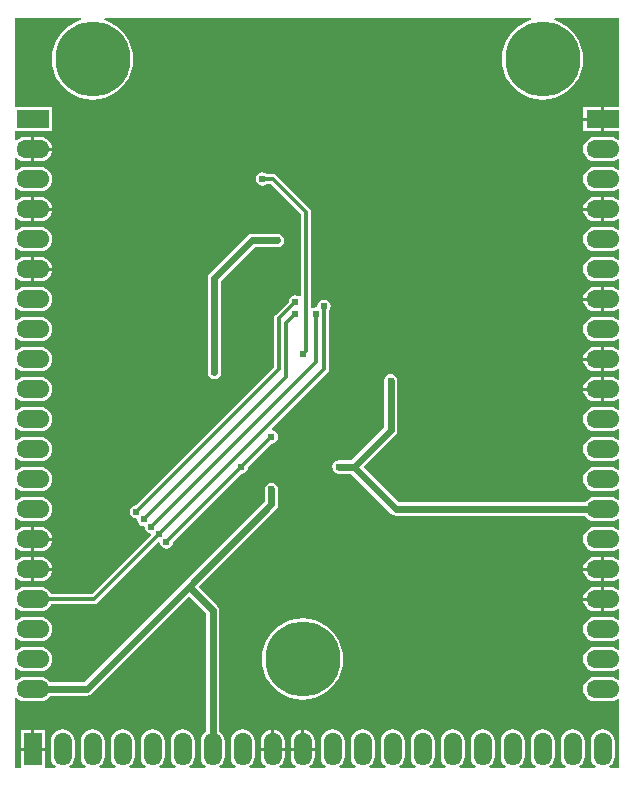
<source format=gbl>
G04*
G04 #@! TF.GenerationSoftware,Altium Limited,Altium Designer,18.1.7 (191)*
G04*
G04 Layer_Physical_Order=2*
G04 Layer_Color=16711680*
%FSLAX25Y25*%
%MOIN*%
G70*
G01*
G75*
%ADD35C,0.01200*%
%ADD36C,0.02400*%
%ADD38C,0.25000*%
%ADD39O,0.11000X0.06000*%
%ADD40R,0.11000X0.06000*%
%ADD41O,0.06000X0.11000*%
%ADD42R,0.06000X0.11000*%
%ADD43C,0.02400*%
G36*
X203461Y222425D02*
X198374D01*
Y218425D01*
Y214425D01*
X203461D01*
Y211855D01*
X202861Y211559D01*
X202391Y211919D01*
X201418Y212322D01*
X200374Y212460D01*
X195374D01*
X194330Y212322D01*
X193357Y211919D01*
X192521Y211278D01*
X191880Y210442D01*
X191477Y209469D01*
X191340Y208425D01*
X191477Y207381D01*
X191880Y206408D01*
X192521Y205572D01*
X193357Y204931D01*
X194330Y204528D01*
X195374Y204391D01*
X200374D01*
X201418Y204528D01*
X202391Y204931D01*
X202861Y205292D01*
X203461Y204996D01*
Y201855D01*
X202861Y201559D01*
X202391Y201919D01*
X201418Y202322D01*
X200374Y202460D01*
X195374D01*
X194330Y202322D01*
X193357Y201919D01*
X192521Y201278D01*
X191880Y200443D01*
X191477Y199469D01*
X191340Y198425D01*
X191477Y197381D01*
X191880Y196408D01*
X192521Y195572D01*
X193357Y194931D01*
X194330Y194528D01*
X195374Y194391D01*
X200374D01*
X201418Y194528D01*
X202391Y194931D01*
X202861Y195291D01*
X203461Y194996D01*
Y191855D01*
X202861Y191559D01*
X202391Y191919D01*
X201418Y192322D01*
X200374Y192460D01*
X198374D01*
Y188425D01*
Y184391D01*
X200374D01*
X201418Y184528D01*
X202391Y184931D01*
X202861Y185292D01*
X203461Y184996D01*
Y181855D01*
X202861Y181559D01*
X202391Y181919D01*
X201418Y182322D01*
X200374Y182460D01*
X195374D01*
X194330Y182322D01*
X193357Y181919D01*
X192521Y181278D01*
X191880Y180443D01*
X191477Y179469D01*
X191340Y178425D01*
X191477Y177381D01*
X191880Y176408D01*
X192521Y175572D01*
X193357Y174931D01*
X194330Y174528D01*
X195374Y174391D01*
X200374D01*
X201418Y174528D01*
X202391Y174931D01*
X202861Y175292D01*
X203461Y174996D01*
Y171855D01*
X202861Y171559D01*
X202391Y171919D01*
X201418Y172322D01*
X200374Y172460D01*
X195374D01*
X194330Y172322D01*
X193357Y171919D01*
X192521Y171278D01*
X191880Y170442D01*
X191477Y169469D01*
X191340Y168425D01*
X191477Y167381D01*
X191880Y166408D01*
X192521Y165572D01*
X193357Y164931D01*
X194330Y164528D01*
X195374Y164391D01*
X200374D01*
X201418Y164528D01*
X202391Y164931D01*
X202861Y165292D01*
X203461Y164996D01*
Y161855D01*
X202861Y161559D01*
X202391Y161919D01*
X201418Y162322D01*
X200374Y162460D01*
X198374D01*
Y158425D01*
Y154391D01*
X200374D01*
X201418Y154528D01*
X202391Y154931D01*
X202861Y155291D01*
X203461Y154996D01*
Y151855D01*
X202861Y151559D01*
X202391Y151919D01*
X201418Y152322D01*
X200374Y152460D01*
X195374D01*
X194330Y152322D01*
X193357Y151919D01*
X192521Y151278D01*
X191880Y150443D01*
X191477Y149469D01*
X191340Y148425D01*
X191477Y147381D01*
X191880Y146408D01*
X192521Y145572D01*
X193357Y144931D01*
X194330Y144528D01*
X195374Y144391D01*
X200374D01*
X201418Y144528D01*
X202391Y144931D01*
X202861Y145291D01*
X203461Y144996D01*
Y141855D01*
X202861Y141559D01*
X202391Y141919D01*
X201418Y142322D01*
X200374Y142460D01*
X198374D01*
Y138425D01*
Y134391D01*
X200374D01*
X201418Y134528D01*
X202391Y134931D01*
X202861Y135292D01*
X203461Y134996D01*
Y131855D01*
X202861Y131559D01*
X202391Y131919D01*
X201418Y132322D01*
X200374Y132460D01*
X198374D01*
Y128425D01*
Y124391D01*
X200374D01*
X201418Y124528D01*
X202391Y124931D01*
X202861Y125292D01*
X203461Y124996D01*
Y121855D01*
X202861Y121559D01*
X202391Y121919D01*
X201418Y122322D01*
X200374Y122460D01*
X195374D01*
X194330Y122322D01*
X193357Y121919D01*
X192521Y121278D01*
X191880Y120442D01*
X191477Y119469D01*
X191340Y118425D01*
X191477Y117381D01*
X191880Y116408D01*
X192521Y115572D01*
X193357Y114931D01*
X194330Y114528D01*
X195374Y114391D01*
X200374D01*
X201418Y114528D01*
X202391Y114931D01*
X202861Y115292D01*
X203461Y114996D01*
Y111855D01*
X202861Y111559D01*
X202391Y111919D01*
X201418Y112322D01*
X200374Y112460D01*
X195374D01*
X194330Y112322D01*
X193357Y111919D01*
X192521Y111278D01*
X191880Y110442D01*
X191477Y109469D01*
X191340Y108425D01*
X191477Y107381D01*
X191880Y106408D01*
X192521Y105572D01*
X193357Y104931D01*
X194330Y104528D01*
X195374Y104391D01*
X200374D01*
X201418Y104528D01*
X202391Y104931D01*
X202861Y105291D01*
X203461Y104996D01*
Y101855D01*
X202861Y101559D01*
X202391Y101919D01*
X201418Y102322D01*
X200374Y102460D01*
X195374D01*
X194330Y102322D01*
X193357Y101919D01*
X192521Y101278D01*
X191880Y100443D01*
X191477Y99469D01*
X191340Y98425D01*
X191477Y97381D01*
X191880Y96408D01*
X192521Y95572D01*
X193357Y94931D01*
X194330Y94528D01*
X195374Y94391D01*
X200374D01*
X201418Y94528D01*
X202391Y94931D01*
X202861Y95292D01*
X203461Y94996D01*
Y91855D01*
X202861Y91559D01*
X202391Y91919D01*
X201418Y92322D01*
X200374Y92460D01*
X195374D01*
X194330Y92322D01*
X193357Y91919D01*
X192521Y91278D01*
X192053Y90668D01*
X130004D01*
X118172Y102500D01*
X128830Y113158D01*
X129316Y113886D01*
X129487Y114744D01*
Y131244D01*
X129316Y132103D01*
X128830Y132830D01*
X128103Y133316D01*
X127244Y133487D01*
X126386Y133316D01*
X125658Y132830D01*
X125172Y132103D01*
X125001Y131244D01*
Y115673D01*
X114071Y104743D01*
X110000D01*
X109142Y104572D01*
X108414Y104086D01*
X107928Y103358D01*
X107757Y102500D01*
X107928Y101642D01*
X108414Y100914D01*
X109142Y100428D01*
X110000Y100257D01*
X114071D01*
X127489Y86839D01*
X128216Y86353D01*
X129075Y86182D01*
X192053D01*
X192521Y85572D01*
X193357Y84931D01*
X194330Y84528D01*
X195374Y84391D01*
X200374D01*
X201418Y84528D01*
X202391Y84931D01*
X202861Y85291D01*
X203461Y84996D01*
Y81855D01*
X202861Y81559D01*
X202391Y81919D01*
X201418Y82322D01*
X200374Y82460D01*
X195374D01*
X194330Y82322D01*
X193357Y81919D01*
X192521Y81278D01*
X191880Y80443D01*
X191477Y79469D01*
X191340Y78425D01*
X191477Y77381D01*
X191880Y76408D01*
X192521Y75572D01*
X193357Y74931D01*
X194330Y74528D01*
X195374Y74391D01*
X200374D01*
X201418Y74528D01*
X202391Y74931D01*
X202861Y75292D01*
X203461Y74996D01*
Y71855D01*
X202861Y71559D01*
X202391Y71919D01*
X201418Y72322D01*
X200374Y72460D01*
X198374D01*
Y68425D01*
Y64391D01*
X200374D01*
X201418Y64528D01*
X202391Y64931D01*
X202861Y65292D01*
X203461Y64996D01*
Y61855D01*
X202861Y61559D01*
X202391Y61919D01*
X201418Y62322D01*
X200374Y62460D01*
X198374D01*
Y58425D01*
Y54391D01*
X200374D01*
X201418Y54528D01*
X202391Y54931D01*
X202861Y55291D01*
X203461Y54996D01*
Y51855D01*
X202861Y51559D01*
X202391Y51919D01*
X201418Y52322D01*
X200374Y52460D01*
X195374D01*
X194330Y52322D01*
X193357Y51919D01*
X192521Y51278D01*
X191880Y50442D01*
X191477Y49469D01*
X191340Y48425D01*
X191477Y47381D01*
X191880Y46408D01*
X192521Y45572D01*
X193357Y44931D01*
X194330Y44528D01*
X195374Y44391D01*
X200374D01*
X201418Y44528D01*
X202391Y44931D01*
X202861Y45292D01*
X203461Y44996D01*
Y41855D01*
X202861Y41559D01*
X202391Y41919D01*
X201418Y42322D01*
X200374Y42460D01*
X195374D01*
X194330Y42322D01*
X193357Y41919D01*
X192521Y41278D01*
X191880Y40442D01*
X191477Y39469D01*
X191340Y38425D01*
X191477Y37381D01*
X191880Y36408D01*
X192521Y35572D01*
X193357Y34931D01*
X194330Y34528D01*
X195374Y34391D01*
X200374D01*
X201418Y34528D01*
X202391Y34931D01*
X202861Y35291D01*
X203461Y34996D01*
Y31855D01*
X202861Y31559D01*
X202391Y31919D01*
X201418Y32322D01*
X200374Y32460D01*
X195374D01*
X194330Y32322D01*
X193357Y31919D01*
X192521Y31278D01*
X191880Y30443D01*
X191477Y29469D01*
X191340Y28425D01*
X191477Y27381D01*
X191880Y26408D01*
X192521Y25572D01*
X193357Y24931D01*
X194330Y24528D01*
X195374Y24391D01*
X200374D01*
X201418Y24528D01*
X202391Y24931D01*
X202861Y25291D01*
X203461Y24996D01*
Y2039D01*
X200366D01*
X200162Y2639D01*
X200727Y3072D01*
X201368Y3908D01*
X201771Y4881D01*
X201908Y5925D01*
Y10925D01*
X201771Y11969D01*
X201368Y12943D01*
X200727Y13778D01*
X199891Y14419D01*
X198918Y14822D01*
X197874Y14960D01*
X196830Y14822D01*
X195857Y14419D01*
X195021Y13778D01*
X194380Y12943D01*
X193977Y11969D01*
X193840Y10925D01*
Y5925D01*
X193977Y4881D01*
X194380Y3908D01*
X195021Y3072D01*
X195586Y2639D01*
X195382Y2039D01*
X190366D01*
X190162Y2639D01*
X190727Y3072D01*
X191368Y3908D01*
X191771Y4881D01*
X191909Y5925D01*
Y10925D01*
X191771Y11969D01*
X191368Y12943D01*
X190727Y13778D01*
X189891Y14419D01*
X188918Y14822D01*
X187874Y14960D01*
X186830Y14822D01*
X185857Y14419D01*
X185021Y13778D01*
X184380Y12943D01*
X183977Y11969D01*
X183839Y10925D01*
Y5925D01*
X183977Y4881D01*
X184380Y3908D01*
X185021Y3072D01*
X185586Y2639D01*
X185382Y2039D01*
X180366D01*
X180162Y2639D01*
X180727Y3072D01*
X181368Y3908D01*
X181771Y4881D01*
X181909Y5925D01*
Y10925D01*
X181771Y11969D01*
X181368Y12943D01*
X180727Y13778D01*
X179891Y14419D01*
X178918Y14822D01*
X177874Y14960D01*
X176830Y14822D01*
X175857Y14419D01*
X175021Y13778D01*
X174380Y12943D01*
X173977Y11969D01*
X173839Y10925D01*
Y5925D01*
X173977Y4881D01*
X174380Y3908D01*
X175021Y3072D01*
X175586Y2639D01*
X175382Y2039D01*
X170366D01*
X170162Y2639D01*
X170727Y3072D01*
X171368Y3908D01*
X171771Y4881D01*
X171908Y5925D01*
Y10925D01*
X171771Y11969D01*
X171368Y12943D01*
X170727Y13778D01*
X169891Y14419D01*
X168918Y14822D01*
X167874Y14960D01*
X166830Y14822D01*
X165857Y14419D01*
X165021Y13778D01*
X164380Y12943D01*
X163977Y11969D01*
X163839Y10925D01*
Y5925D01*
X163977Y4881D01*
X164380Y3908D01*
X165021Y3072D01*
X165586Y2639D01*
X165382Y2039D01*
X160366D01*
X160162Y2639D01*
X160727Y3072D01*
X161368Y3908D01*
X161771Y4881D01*
X161908Y5925D01*
Y10925D01*
X161771Y11969D01*
X161368Y12943D01*
X160727Y13778D01*
X159891Y14419D01*
X158918Y14822D01*
X157874Y14960D01*
X156830Y14822D01*
X155857Y14419D01*
X155021Y13778D01*
X154380Y12943D01*
X153977Y11969D01*
X153840Y10925D01*
Y5925D01*
X153977Y4881D01*
X154380Y3908D01*
X155021Y3072D01*
X155586Y2639D01*
X155382Y2039D01*
X150366D01*
X150162Y2639D01*
X150727Y3072D01*
X151368Y3908D01*
X151771Y4881D01*
X151909Y5925D01*
Y10925D01*
X151771Y11969D01*
X151368Y12943D01*
X150727Y13778D01*
X149891Y14419D01*
X148918Y14822D01*
X147874Y14960D01*
X146830Y14822D01*
X145857Y14419D01*
X145021Y13778D01*
X144380Y12943D01*
X143977Y11969D01*
X143840Y10925D01*
Y5925D01*
X143977Y4881D01*
X144380Y3908D01*
X145021Y3072D01*
X145586Y2639D01*
X145382Y2039D01*
X140366D01*
X140162Y2639D01*
X140727Y3072D01*
X141368Y3908D01*
X141771Y4881D01*
X141909Y5925D01*
Y10925D01*
X141771Y11969D01*
X141368Y12943D01*
X140727Y13778D01*
X139891Y14419D01*
X138918Y14822D01*
X137874Y14960D01*
X136830Y14822D01*
X135857Y14419D01*
X135021Y13778D01*
X134380Y12943D01*
X133977Y11969D01*
X133839Y10925D01*
Y5925D01*
X133977Y4881D01*
X134380Y3908D01*
X135021Y3072D01*
X135586Y2639D01*
X135382Y2039D01*
X130366D01*
X130162Y2639D01*
X130727Y3072D01*
X131368Y3908D01*
X131771Y4881D01*
X131909Y5925D01*
Y10925D01*
X131771Y11969D01*
X131368Y12943D01*
X130727Y13778D01*
X129891Y14419D01*
X128918Y14822D01*
X127874Y14960D01*
X126830Y14822D01*
X125857Y14419D01*
X125021Y13778D01*
X124380Y12943D01*
X123977Y11969D01*
X123839Y10925D01*
Y5925D01*
X123977Y4881D01*
X124380Y3908D01*
X125021Y3072D01*
X125586Y2639D01*
X125382Y2039D01*
X120366D01*
X120162Y2639D01*
X120727Y3072D01*
X121368Y3908D01*
X121771Y4881D01*
X121908Y5925D01*
Y10925D01*
X121771Y11969D01*
X121368Y12943D01*
X120727Y13778D01*
X119891Y14419D01*
X118918Y14822D01*
X117874Y14960D01*
X116830Y14822D01*
X115857Y14419D01*
X115021Y13778D01*
X114380Y12943D01*
X113977Y11969D01*
X113839Y10925D01*
Y5925D01*
X113977Y4881D01*
X114380Y3908D01*
X115021Y3072D01*
X115586Y2639D01*
X115382Y2039D01*
X110366D01*
X110162Y2639D01*
X110727Y3072D01*
X111368Y3908D01*
X111771Y4881D01*
X111908Y5925D01*
Y10925D01*
X111771Y11969D01*
X111368Y12943D01*
X110727Y13778D01*
X109891Y14419D01*
X108918Y14822D01*
X107874Y14960D01*
X106830Y14822D01*
X105857Y14419D01*
X105021Y13778D01*
X104380Y12943D01*
X103977Y11969D01*
X103840Y10925D01*
Y5925D01*
X103977Y4881D01*
X104380Y3908D01*
X105021Y3072D01*
X105586Y2639D01*
X105382Y2039D01*
X100366Y2039D01*
X100162Y2639D01*
X100727Y3072D01*
X101368Y3908D01*
X101771Y4881D01*
X101909Y5925D01*
Y7925D01*
X97874D01*
X93840D01*
Y5925D01*
X93977Y4881D01*
X94380Y3908D01*
X95021Y3072D01*
X95586Y2639D01*
X95382Y2039D01*
X90366D01*
X90162Y2639D01*
X90727Y3072D01*
X91368Y3908D01*
X91771Y4881D01*
X91909Y5925D01*
Y7925D01*
X87874D01*
Y8425D01*
D01*
Y7925D01*
X83839D01*
Y5925D01*
X83977Y4881D01*
X84380Y3908D01*
X85021Y3072D01*
X85586Y2639D01*
X85382Y2039D01*
X80366D01*
X80162Y2639D01*
X80727Y3072D01*
X81368Y3908D01*
X81771Y4881D01*
X81909Y5925D01*
Y10925D01*
X81771Y11969D01*
X81368Y12943D01*
X80727Y13778D01*
X79891Y14419D01*
X78918Y14822D01*
X77874Y14960D01*
X76830Y14822D01*
X75857Y14419D01*
X75021Y13778D01*
X74380Y12943D01*
X73977Y11969D01*
X73839Y10925D01*
Y5925D01*
X73977Y4881D01*
X74380Y3908D01*
X75021Y3072D01*
X75586Y2639D01*
X75382Y2039D01*
X70366D01*
X70162Y2639D01*
X70727Y3072D01*
X71368Y3908D01*
X71771Y4881D01*
X71908Y5925D01*
Y10925D01*
X71771Y11969D01*
X71368Y12943D01*
X70727Y13778D01*
X70117Y14246D01*
Y54626D01*
X69946Y55484D01*
X69460Y56212D01*
X63172Y62500D01*
X89086Y88414D01*
X89572Y89142D01*
X89743Y90000D01*
Y95000D01*
X89572Y95858D01*
X89086Y96586D01*
X88358Y97072D01*
X87500Y97243D01*
X86642Y97072D01*
X85914Y96586D01*
X85428Y95858D01*
X85257Y95000D01*
Y90929D01*
X58414Y64086D01*
X24996Y30668D01*
X13695D01*
X13227Y31278D01*
X12391Y31919D01*
X11418Y32322D01*
X10374Y32460D01*
X5374D01*
X4330Y32322D01*
X3357Y31919D01*
X2639Y31368D01*
X2039Y31552D01*
Y35299D01*
X2639Y35482D01*
X3357Y34931D01*
X4330Y34528D01*
X5374Y34391D01*
X10374D01*
X11418Y34528D01*
X12391Y34931D01*
X13227Y35572D01*
X13868Y36408D01*
X14271Y37381D01*
X14409Y38425D01*
X14271Y39469D01*
X13868Y40442D01*
X13227Y41278D01*
X12391Y41919D01*
X11418Y42322D01*
X10374Y42460D01*
X5374D01*
X4330Y42322D01*
X3357Y41919D01*
X2639Y41368D01*
X2039Y41552D01*
Y45299D01*
X2639Y45482D01*
X3357Y44931D01*
X4330Y44528D01*
X5374Y44391D01*
X10374D01*
X11418Y44528D01*
X12391Y44931D01*
X13227Y45572D01*
X13868Y46408D01*
X14271Y47381D01*
X14409Y48425D01*
X14271Y49469D01*
X13868Y50442D01*
X13227Y51278D01*
X12391Y51919D01*
X11418Y52322D01*
X10374Y52460D01*
X5374D01*
X4330Y52322D01*
X3357Y51919D01*
X2639Y51369D01*
X2039Y51552D01*
Y55299D01*
X2639Y55482D01*
X3357Y54931D01*
X4330Y54528D01*
X5374Y54391D01*
X10374D01*
X11418Y54528D01*
X12391Y54931D01*
X13227Y55572D01*
X13868Y56408D01*
X14028Y56794D01*
X28425D01*
X29050Y56918D01*
X29579Y57272D01*
X49672Y77365D01*
X50323Y77167D01*
X50428Y76642D01*
X50914Y75914D01*
X51642Y75428D01*
X52500Y75257D01*
X53358Y75428D01*
X54086Y75914D01*
X54572Y76642D01*
X54727Y77420D01*
X77580Y100273D01*
X78358Y100428D01*
X79086Y100914D01*
X79572Y101642D01*
X79727Y102420D01*
X87580Y110273D01*
X88358Y110428D01*
X89086Y110914D01*
X89572Y111642D01*
X89743Y112500D01*
X89572Y113358D01*
X89086Y114086D01*
X88358Y114572D01*
X87833Y114677D01*
X87635Y115328D01*
X106154Y133846D01*
X106507Y134376D01*
X106631Y135000D01*
Y154482D01*
X107072Y155142D01*
X107243Y156000D01*
X107072Y156858D01*
X106586Y157586D01*
X105858Y158072D01*
X105000Y158243D01*
X104142Y158072D01*
X103414Y157586D01*
X102928Y156858D01*
X102757Y156000D01*
X102500Y155743D01*
X101642Y155572D01*
X101231Y155298D01*
X100631Y155619D01*
Y187500D01*
X100507Y188124D01*
X100154Y188654D01*
X89153Y199653D01*
X88624Y200007D01*
X88000Y200131D01*
X86018D01*
X85358Y200572D01*
X84500Y200743D01*
X83642Y200572D01*
X82914Y200086D01*
X82428Y199358D01*
X82257Y198500D01*
X82428Y197642D01*
X82914Y196914D01*
X83642Y196428D01*
X84500Y196257D01*
X85358Y196428D01*
X86018Y196869D01*
X87324D01*
X97369Y186824D01*
Y159619D01*
X96769Y159298D01*
X96358Y159572D01*
X95500Y159743D01*
X94642Y159572D01*
X93914Y159086D01*
X93428Y158358D01*
X93273Y157580D01*
X88846Y153154D01*
X88493Y152624D01*
X88369Y152000D01*
Y135676D01*
X42420Y89727D01*
X41642Y89572D01*
X40914Y89086D01*
X40428Y88358D01*
X40257Y87500D01*
X40428Y86642D01*
X40914Y85914D01*
X41642Y85428D01*
X42208Y85315D01*
X42757Y85000D01*
X42928Y84142D01*
X43414Y83414D01*
X44142Y82928D01*
X44708Y82815D01*
X45257Y82500D01*
X45428Y81642D01*
X45914Y80914D01*
X46642Y80428D01*
X47167Y80323D01*
X47365Y79672D01*
X27749Y60057D01*
X14028D01*
X13868Y60443D01*
X13227Y61278D01*
X12391Y61919D01*
X11418Y62322D01*
X10374Y62460D01*
X5374D01*
X4330Y62322D01*
X3357Y61919D01*
X2639Y61369D01*
X2039Y61552D01*
Y65299D01*
X2639Y65482D01*
X3357Y64931D01*
X4330Y64528D01*
X5374Y64391D01*
X7374D01*
Y68425D01*
Y72460D01*
X5374D01*
X4330Y72322D01*
X3357Y71919D01*
X2639Y71369D01*
X2039Y71552D01*
Y75299D01*
X2639Y75482D01*
X3357Y74931D01*
X4330Y74528D01*
X5374Y74391D01*
X7374D01*
Y78425D01*
Y82460D01*
X5374D01*
X4330Y82322D01*
X3357Y81919D01*
X2639Y81369D01*
X2039Y81552D01*
Y85299D01*
X2639Y85482D01*
X3357Y84931D01*
X4330Y84528D01*
X5374Y84391D01*
X10374D01*
X11418Y84528D01*
X12391Y84931D01*
X13227Y85572D01*
X13868Y86408D01*
X14271Y87381D01*
X14409Y88425D01*
X14271Y89469D01*
X13868Y90443D01*
X13227Y91278D01*
X12391Y91919D01*
X11418Y92322D01*
X10374Y92460D01*
X5374D01*
X4330Y92322D01*
X3357Y91919D01*
X2639Y91369D01*
X2039Y91552D01*
Y95299D01*
X2639Y95482D01*
X3357Y94931D01*
X4330Y94528D01*
X5374Y94391D01*
X10374D01*
X11418Y94528D01*
X12391Y94931D01*
X13227Y95572D01*
X13868Y96408D01*
X14271Y97381D01*
X14409Y98425D01*
X14271Y99469D01*
X13868Y100443D01*
X13227Y101278D01*
X12391Y101919D01*
X11418Y102322D01*
X10374Y102460D01*
X5374D01*
X4330Y102322D01*
X3357Y101919D01*
X2639Y101369D01*
X2039Y101552D01*
Y105299D01*
X2639Y105482D01*
X3357Y104931D01*
X4330Y104528D01*
X5374Y104391D01*
X10374D01*
X11418Y104528D01*
X12391Y104931D01*
X13227Y105572D01*
X13868Y106408D01*
X14271Y107381D01*
X14409Y108425D01*
X14271Y109469D01*
X13868Y110442D01*
X13227Y111278D01*
X12391Y111919D01*
X11418Y112322D01*
X10374Y112460D01*
X5374D01*
X4330Y112322D01*
X3357Y111919D01*
X2639Y111369D01*
X2039Y111552D01*
Y115299D01*
X2639Y115482D01*
X3357Y114931D01*
X4330Y114528D01*
X5374Y114391D01*
X10374D01*
X11418Y114528D01*
X12391Y114931D01*
X13227Y115572D01*
X13868Y116408D01*
X14271Y117381D01*
X14409Y118425D01*
X14271Y119469D01*
X13868Y120442D01*
X13227Y121278D01*
X12391Y121919D01*
X11418Y122322D01*
X10374Y122460D01*
X5374D01*
X4330Y122322D01*
X3357Y121919D01*
X2639Y121369D01*
X2039Y121552D01*
Y125299D01*
X2639Y125482D01*
X3357Y124931D01*
X4330Y124528D01*
X5374Y124391D01*
X10374D01*
X11418Y124528D01*
X12391Y124931D01*
X13227Y125572D01*
X13868Y126408D01*
X14271Y127381D01*
X14409Y128425D01*
X14271Y129469D01*
X13868Y130443D01*
X13227Y131278D01*
X12391Y131919D01*
X11418Y132322D01*
X10374Y132460D01*
X5374D01*
X4330Y132322D01*
X3357Y131919D01*
X2639Y131369D01*
X2039Y131552D01*
Y135299D01*
X2639Y135482D01*
X3357Y134931D01*
X4330Y134528D01*
X5374Y134391D01*
X10374D01*
X11418Y134528D01*
X12391Y134931D01*
X13227Y135572D01*
X13868Y136408D01*
X14271Y137381D01*
X14409Y138425D01*
X14271Y139469D01*
X13868Y140443D01*
X13227Y141278D01*
X12391Y141919D01*
X11418Y142322D01*
X10374Y142460D01*
X5374D01*
X4330Y142322D01*
X3357Y141919D01*
X2639Y141369D01*
X2039Y141552D01*
Y145299D01*
X2639Y145482D01*
X3357Y144931D01*
X4330Y144528D01*
X5374Y144391D01*
X10374D01*
X11418Y144528D01*
X12391Y144931D01*
X13227Y145572D01*
X13868Y146408D01*
X14271Y147381D01*
X14409Y148425D01*
X14271Y149469D01*
X13868Y150443D01*
X13227Y151278D01*
X12391Y151919D01*
X11418Y152322D01*
X10374Y152460D01*
X5374D01*
X4330Y152322D01*
X3357Y151919D01*
X2639Y151369D01*
X2039Y151552D01*
Y155299D01*
X2639Y155482D01*
X3357Y154931D01*
X4330Y154528D01*
X5374Y154391D01*
X10374D01*
X11418Y154528D01*
X12391Y154931D01*
X13227Y155572D01*
X13868Y156408D01*
X14271Y157381D01*
X14409Y158425D01*
X14271Y159469D01*
X13868Y160442D01*
X13227Y161278D01*
X12391Y161919D01*
X11418Y162322D01*
X10374Y162460D01*
X5374D01*
X4330Y162322D01*
X3357Y161919D01*
X2639Y161369D01*
X2039Y161552D01*
Y165299D01*
X2639Y165482D01*
X3357Y164931D01*
X4330Y164528D01*
X5374Y164391D01*
X7374D01*
Y168425D01*
Y172460D01*
X5374D01*
X4330Y172322D01*
X3357Y171919D01*
X2639Y171369D01*
X2039Y171552D01*
Y175299D01*
X2639Y175482D01*
X3357Y174931D01*
X4330Y174528D01*
X5374Y174391D01*
X10374D01*
X11418Y174528D01*
X12391Y174931D01*
X13227Y175572D01*
X13868Y176408D01*
X14271Y177381D01*
X14409Y178425D01*
X14271Y179469D01*
X13868Y180443D01*
X13227Y181278D01*
X12391Y181919D01*
X11418Y182322D01*
X10374Y182460D01*
X5374D01*
X4330Y182322D01*
X3357Y181919D01*
X2639Y181369D01*
X2039Y181552D01*
Y185299D01*
X2639Y185482D01*
X3357Y184931D01*
X4330Y184528D01*
X5374Y184391D01*
X7374D01*
Y188425D01*
Y192460D01*
X5374D01*
X4330Y192322D01*
X3357Y191919D01*
X2639Y191369D01*
X2039Y191552D01*
Y195299D01*
X2639Y195482D01*
X3357Y194931D01*
X4330Y194528D01*
X5374Y194391D01*
X10374D01*
X11418Y194528D01*
X12391Y194931D01*
X13227Y195572D01*
X13868Y196408D01*
X14271Y197381D01*
X14409Y198425D01*
X14271Y199469D01*
X13868Y200443D01*
X13227Y201278D01*
X12391Y201919D01*
X11418Y202322D01*
X10374Y202460D01*
X5374D01*
X4330Y202322D01*
X3357Y201919D01*
X2639Y201369D01*
X2039Y201552D01*
Y205299D01*
X2639Y205482D01*
X3357Y204931D01*
X4330Y204528D01*
X5374Y204391D01*
X7374D01*
Y208425D01*
Y212460D01*
X5374D01*
X4330Y212322D01*
X3357Y211919D01*
X2639Y211369D01*
X2039Y211552D01*
Y214425D01*
X14374D01*
Y222425D01*
X2039D01*
Y251961D01*
X23855D01*
X23926Y251361D01*
X23689Y251304D01*
X21726Y250491D01*
X19914Y249381D01*
X18299Y248001D01*
X16918Y246385D01*
X15808Y244573D01*
X14995Y242610D01*
X14499Y240544D01*
X14332Y238425D01*
X14499Y236307D01*
X14995Y234241D01*
X15808Y232277D01*
X16918Y230466D01*
X18299Y228850D01*
X19914Y227470D01*
X21726Y226359D01*
X23689Y225546D01*
X25756Y225050D01*
X27874Y224884D01*
X29992Y225050D01*
X32059Y225546D01*
X34022Y226359D01*
X35834Y227470D01*
X37449Y228850D01*
X38829Y230466D01*
X39940Y232277D01*
X40753Y234241D01*
X41249Y236307D01*
X41416Y238425D01*
X41249Y240544D01*
X40753Y242610D01*
X39940Y244573D01*
X38829Y246385D01*
X37449Y248001D01*
X35834Y249381D01*
X34022Y250491D01*
X32059Y251304D01*
X31822Y251361D01*
X31894Y251961D01*
X173855D01*
X173926Y251361D01*
X173689Y251304D01*
X171726Y250491D01*
X169914Y249381D01*
X168299Y248001D01*
X166919Y246385D01*
X165808Y244573D01*
X164995Y242610D01*
X164499Y240544D01*
X164332Y238425D01*
X164499Y236307D01*
X164995Y234241D01*
X165808Y232277D01*
X166919Y230466D01*
X168299Y228850D01*
X169914Y227470D01*
X171726Y226359D01*
X173689Y225546D01*
X175756Y225050D01*
X177874Y224884D01*
X179992Y225050D01*
X182059Y225546D01*
X184022Y226359D01*
X185834Y227470D01*
X187450Y228850D01*
X188830Y230466D01*
X189940Y232277D01*
X190753Y234241D01*
X191249Y236307D01*
X191416Y238425D01*
X191249Y240544D01*
X190753Y242610D01*
X189940Y244573D01*
X188830Y246385D01*
X187450Y248001D01*
X185834Y249381D01*
X184022Y250491D01*
X182059Y251304D01*
X181822Y251361D01*
X181894Y251961D01*
X203461D01*
Y222425D01*
D02*
G37*
G36*
X65631Y53697D02*
Y14246D01*
X65021Y13778D01*
X64380Y12943D01*
X63977Y11969D01*
X63840Y10925D01*
Y5925D01*
X63977Y4881D01*
X64380Y3908D01*
X65021Y3072D01*
X65586Y2639D01*
X65382Y2039D01*
X60366D01*
X60162Y2639D01*
X60727Y3072D01*
X61368Y3908D01*
X61771Y4881D01*
X61909Y5925D01*
Y10925D01*
X61771Y11969D01*
X61368Y12943D01*
X60727Y13778D01*
X59891Y14419D01*
X58918Y14822D01*
X57874Y14960D01*
X56830Y14822D01*
X55857Y14419D01*
X55021Y13778D01*
X54380Y12943D01*
X53977Y11969D01*
X53839Y10925D01*
Y5925D01*
X53977Y4881D01*
X54380Y3908D01*
X55021Y3072D01*
X55586Y2639D01*
X55382Y2039D01*
X50366D01*
X50162Y2639D01*
X50727Y3072D01*
X51368Y3908D01*
X51771Y4881D01*
X51908Y5925D01*
Y10925D01*
X51771Y11969D01*
X51368Y12943D01*
X50727Y13778D01*
X49891Y14419D01*
X48918Y14822D01*
X47874Y14960D01*
X46830Y14822D01*
X45857Y14419D01*
X45021Y13778D01*
X44380Y12943D01*
X43977Y11969D01*
X43839Y10925D01*
Y5925D01*
X43977Y4881D01*
X44380Y3908D01*
X45021Y3072D01*
X45586Y2639D01*
X45382Y2039D01*
X40366D01*
X40162Y2639D01*
X40727Y3072D01*
X41368Y3908D01*
X41771Y4881D01*
X41908Y5925D01*
Y10925D01*
X41771Y11969D01*
X41368Y12943D01*
X40727Y13778D01*
X39891Y14419D01*
X38918Y14822D01*
X37874Y14960D01*
X36830Y14822D01*
X35857Y14419D01*
X35021Y13778D01*
X34380Y12943D01*
X33977Y11969D01*
X33839Y10925D01*
Y5925D01*
X33977Y4881D01*
X34380Y3908D01*
X35021Y3072D01*
X35586Y2639D01*
X35382Y2039D01*
X30366D01*
X30162Y2639D01*
X30727Y3072D01*
X31368Y3908D01*
X31771Y4881D01*
X31909Y5925D01*
Y10925D01*
X31771Y11969D01*
X31368Y12943D01*
X30727Y13778D01*
X29891Y14419D01*
X28918Y14822D01*
X27874Y14960D01*
X26830Y14822D01*
X25857Y14419D01*
X25021Y13778D01*
X24380Y12943D01*
X23977Y11969D01*
X23840Y10925D01*
Y5925D01*
X23977Y4881D01*
X24380Y3908D01*
X25021Y3072D01*
X25586Y2639D01*
X25382Y2039D01*
X20366D01*
X20162Y2639D01*
X20727Y3072D01*
X21368Y3908D01*
X21771Y4881D01*
X21908Y5925D01*
Y10925D01*
X21771Y11969D01*
X21368Y12943D01*
X20727Y13778D01*
X19891Y14419D01*
X18918Y14822D01*
X17874Y14960D01*
X16830Y14822D01*
X15857Y14419D01*
X15021Y13778D01*
X14380Y12943D01*
X13977Y11969D01*
X13839Y10925D01*
Y5925D01*
X13977Y4881D01*
X14380Y3908D01*
X15021Y3072D01*
X15586Y2639D01*
X15382Y2039D01*
X11874D01*
Y7925D01*
X7874D01*
X3874D01*
Y2039D01*
X2039D01*
Y25299D01*
X2639Y25482D01*
X3357Y24931D01*
X4330Y24528D01*
X5374Y24391D01*
X10374D01*
X11418Y24528D01*
X12391Y24931D01*
X13227Y25572D01*
X13695Y26182D01*
X25925D01*
X26784Y26353D01*
X27511Y26839D01*
X60000Y59328D01*
X65631Y53697D01*
D02*
G37*
%LPC*%
G36*
X197374Y222425D02*
X191374D01*
Y218925D01*
X197374D01*
Y222425D01*
D02*
G37*
G36*
Y217925D02*
X191374D01*
Y214425D01*
X197374D01*
Y217925D01*
D02*
G37*
G36*
X10374Y212460D02*
X8374D01*
Y208925D01*
X14343D01*
X14271Y209469D01*
X13868Y210442D01*
X13227Y211278D01*
X12391Y211919D01*
X11418Y212322D01*
X10374Y212460D01*
D02*
G37*
G36*
X14343Y207925D02*
X8374D01*
Y204391D01*
X10374D01*
X11418Y204528D01*
X12391Y204931D01*
X13227Y205572D01*
X13868Y206408D01*
X14271Y207381D01*
X14343Y207925D01*
D02*
G37*
G36*
X197374Y192460D02*
X195374D01*
X194330Y192322D01*
X193357Y191919D01*
X192521Y191278D01*
X191880Y190443D01*
X191477Y189469D01*
X191405Y188925D01*
X197374D01*
Y192460D01*
D02*
G37*
G36*
X10374D02*
X8374D01*
Y188925D01*
X14343D01*
X14271Y189469D01*
X13868Y190443D01*
X13227Y191278D01*
X12391Y191919D01*
X11418Y192322D01*
X10374Y192460D01*
D02*
G37*
G36*
X197374Y187925D02*
X191405D01*
X191477Y187381D01*
X191880Y186408D01*
X192521Y185572D01*
X193357Y184931D01*
X194330Y184528D01*
X195374Y184391D01*
X197374D01*
Y187925D01*
D02*
G37*
G36*
X14343D02*
X8374D01*
Y184391D01*
X10374D01*
X11418Y184528D01*
X12391Y184931D01*
X13227Y185572D01*
X13868Y186408D01*
X14271Y187381D01*
X14343Y187925D01*
D02*
G37*
G36*
X10374Y172460D02*
X8374D01*
Y168925D01*
X14343D01*
X14271Y169469D01*
X13868Y170442D01*
X13227Y171278D01*
X12391Y171919D01*
X11418Y172322D01*
X10374Y172460D01*
D02*
G37*
G36*
X14343Y167925D02*
X8374D01*
Y164391D01*
X10374D01*
X11418Y164528D01*
X12391Y164931D01*
X13227Y165572D01*
X13868Y166408D01*
X14271Y167381D01*
X14343Y167925D01*
D02*
G37*
G36*
X197374Y162460D02*
X195374D01*
X194330Y162322D01*
X193357Y161919D01*
X192521Y161278D01*
X191880Y160442D01*
X191477Y159469D01*
X191405Y158925D01*
X197374D01*
Y162460D01*
D02*
G37*
G36*
Y157925D02*
X191405D01*
X191477Y157381D01*
X191880Y156408D01*
X192521Y155572D01*
X193357Y154931D01*
X194330Y154528D01*
X195374Y154391D01*
X197374D01*
Y157925D01*
D02*
G37*
G36*
Y142460D02*
X195374D01*
X194330Y142322D01*
X193357Y141919D01*
X192521Y141278D01*
X191880Y140443D01*
X191477Y139469D01*
X191405Y138925D01*
X197374D01*
Y142460D01*
D02*
G37*
G36*
Y137925D02*
X191405D01*
X191477Y137381D01*
X191880Y136408D01*
X192521Y135572D01*
X193357Y134931D01*
X194330Y134528D01*
X195374Y134391D01*
X197374D01*
Y137925D01*
D02*
G37*
G36*
X89500Y180243D02*
X81000D01*
X80142Y180072D01*
X79414Y179586D01*
X66914Y167086D01*
X66428Y166358D01*
X66257Y165500D01*
Y158000D01*
Y137500D01*
Y134000D01*
X66428Y133142D01*
X66914Y132414D01*
X67642Y131928D01*
X68500Y131757D01*
X69358Y131928D01*
X70086Y132414D01*
X70572Y133142D01*
X70743Y134000D01*
Y137500D01*
Y158000D01*
Y164571D01*
X81929Y175757D01*
X89500D01*
X90358Y175928D01*
X91086Y176414D01*
X91572Y177142D01*
X91743Y178000D01*
X91572Y178858D01*
X91086Y179586D01*
X90358Y180072D01*
X89500Y180243D01*
D02*
G37*
G36*
X197374Y132460D02*
X195374D01*
X194330Y132322D01*
X193357Y131919D01*
X192521Y131278D01*
X191880Y130443D01*
X191477Y129469D01*
X191405Y128925D01*
X197374D01*
Y132460D01*
D02*
G37*
G36*
Y127925D02*
X191405D01*
X191477Y127381D01*
X191880Y126408D01*
X192521Y125572D01*
X193357Y124931D01*
X194330Y124528D01*
X195374Y124391D01*
X197374D01*
Y127925D01*
D02*
G37*
G36*
X10374Y82460D02*
X8374D01*
Y78925D01*
X14343D01*
X14271Y79469D01*
X13868Y80443D01*
X13227Y81278D01*
X12391Y81919D01*
X11418Y82322D01*
X10374Y82460D01*
D02*
G37*
G36*
X14343Y77925D02*
X8374D01*
Y74391D01*
X10374D01*
X11418Y74528D01*
X12391Y74931D01*
X13227Y75572D01*
X13868Y76408D01*
X14271Y77381D01*
X14343Y77925D01*
D02*
G37*
G36*
X197374Y72460D02*
X195374D01*
X194330Y72322D01*
X193357Y71919D01*
X192521Y71278D01*
X191880Y70442D01*
X191477Y69469D01*
X191405Y68925D01*
X197374D01*
Y72460D01*
D02*
G37*
G36*
X10374D02*
X8374D01*
Y68925D01*
X14343D01*
X14271Y69469D01*
X13868Y70442D01*
X13227Y71278D01*
X12391Y71919D01*
X11418Y72322D01*
X10374Y72460D01*
D02*
G37*
G36*
X197374Y67925D02*
X191405D01*
X191477Y67381D01*
X191880Y66408D01*
X192521Y65572D01*
X193357Y64931D01*
X194330Y64528D01*
X195374Y64391D01*
X197374D01*
Y67925D01*
D02*
G37*
G36*
X14343D02*
X8374D01*
Y64391D01*
X10374D01*
X11418Y64528D01*
X12391Y64931D01*
X13227Y65572D01*
X13868Y66408D01*
X14271Y67381D01*
X14343Y67925D01*
D02*
G37*
G36*
X197374Y62460D02*
X195374D01*
X194330Y62322D01*
X193357Y61919D01*
X192521Y61278D01*
X191880Y60443D01*
X191477Y59469D01*
X191405Y58925D01*
X197374D01*
Y62460D01*
D02*
G37*
G36*
Y57925D02*
X191405D01*
X191477Y57381D01*
X191880Y56408D01*
X192521Y55572D01*
X193357Y54931D01*
X194330Y54528D01*
X195374Y54391D01*
X197374D01*
Y57925D01*
D02*
G37*
G36*
X97874Y51967D02*
X95756Y51800D01*
X93689Y51304D01*
X91726Y50491D01*
X89914Y49381D01*
X88299Y48001D01*
X86918Y46385D01*
X85808Y44573D01*
X84995Y42610D01*
X84499Y40544D01*
X84332Y38425D01*
X84499Y36307D01*
X84995Y34241D01*
X85808Y32277D01*
X86918Y30466D01*
X88299Y28850D01*
X89914Y27470D01*
X91726Y26359D01*
X93689Y25546D01*
X95756Y25050D01*
X97874Y24883D01*
X99992Y25050D01*
X102059Y25546D01*
X104022Y26359D01*
X105834Y27470D01*
X107449Y28850D01*
X108829Y30466D01*
X109940Y32277D01*
X110753Y34241D01*
X111249Y36307D01*
X111416Y38425D01*
X111249Y40544D01*
X110753Y42610D01*
X109940Y44573D01*
X108829Y46385D01*
X107449Y48001D01*
X105834Y49381D01*
X104022Y50491D01*
X102059Y51304D01*
X99992Y51800D01*
X97874Y51967D01*
D02*
G37*
G36*
X98374Y14894D02*
Y8925D01*
X101909D01*
Y10925D01*
X101771Y11969D01*
X101368Y12943D01*
X100727Y13778D01*
X99891Y14419D01*
X98918Y14822D01*
X98374Y14894D01*
D02*
G37*
G36*
X88374D02*
Y8925D01*
X91909D01*
Y10925D01*
X91771Y11969D01*
X91368Y12943D01*
X90727Y13778D01*
X89891Y14419D01*
X88918Y14822D01*
X88374Y14894D01*
D02*
G37*
G36*
X97374D02*
X96830Y14822D01*
X95857Y14419D01*
X95021Y13778D01*
X94380Y12943D01*
X93977Y11969D01*
X93840Y10925D01*
Y8925D01*
X97374D01*
Y14894D01*
D02*
G37*
G36*
X87374D02*
X86830Y14822D01*
X85857Y14419D01*
X85021Y13778D01*
X84380Y12943D01*
X83977Y11969D01*
X83839Y10925D01*
Y8925D01*
X87374D01*
Y14894D01*
D02*
G37*
G36*
X11874Y14925D02*
X8374D01*
Y8925D01*
X11874D01*
Y14925D01*
D02*
G37*
G36*
X7374D02*
X3874D01*
Y8925D01*
X7374D01*
Y14925D01*
D02*
G37*
%LPD*%
D35*
X88000Y198500D02*
X99000Y187500D01*
X84500Y198500D02*
X88000D01*
X77500Y102500D02*
X87500Y112500D01*
X52500Y77500D02*
X77500Y102500D01*
X42500Y87500D02*
X90000Y135000D01*
X45000Y85000D02*
X92500Y132500D01*
X47500Y82500D02*
X102500Y137500D01*
X105000Y135000D02*
Y156000D01*
X28425Y58425D02*
X105000Y135000D01*
X7874Y58425D02*
X28425D01*
X90000Y135000D02*
Y152000D01*
X95500Y157500D01*
X92500Y132500D02*
Y150500D01*
X95500Y153500D01*
X99000Y141000D02*
Y187500D01*
X98000Y140000D02*
X99000Y141000D01*
X102500Y137500D02*
Y153500D01*
D36*
X110000Y102500D02*
X115000D01*
X127244Y114744D01*
Y131244D01*
X115000Y102500D02*
X129075Y88425D01*
X197874D01*
X81000Y178000D02*
X89500D01*
X68500Y165500D02*
X81000Y178000D01*
X68500Y158000D02*
Y165500D01*
Y137500D02*
Y158000D01*
X87500Y90000D02*
Y95000D01*
X60000Y62500D02*
X87500Y90000D01*
X25925Y28425D02*
X60000Y62500D01*
X67874Y54626D01*
Y8425D02*
Y54626D01*
X7874Y28425D02*
X25925D01*
X68500Y134000D02*
Y137500D01*
D38*
X177874Y238425D02*
D03*
X27874D02*
D03*
X97874Y38425D02*
D03*
D39*
X197874Y28425D02*
D03*
Y38425D02*
D03*
Y48425D02*
D03*
Y58425D02*
D03*
Y68425D02*
D03*
Y78425D02*
D03*
Y88425D02*
D03*
Y98425D02*
D03*
Y108425D02*
D03*
Y118425D02*
D03*
Y128425D02*
D03*
Y138425D02*
D03*
Y148425D02*
D03*
Y158425D02*
D03*
Y168425D02*
D03*
Y178425D02*
D03*
Y188425D02*
D03*
Y198425D02*
D03*
Y208425D02*
D03*
X7874Y28425D02*
D03*
Y38425D02*
D03*
Y48425D02*
D03*
Y58425D02*
D03*
Y68425D02*
D03*
Y78425D02*
D03*
Y88425D02*
D03*
Y98425D02*
D03*
Y108425D02*
D03*
Y118425D02*
D03*
Y128425D02*
D03*
Y138425D02*
D03*
Y148425D02*
D03*
Y158425D02*
D03*
Y168425D02*
D03*
Y178425D02*
D03*
Y188425D02*
D03*
Y198425D02*
D03*
Y208425D02*
D03*
D40*
X197874Y218425D02*
D03*
X7874D02*
D03*
D41*
X197874Y8425D02*
D03*
X187874D02*
D03*
X177874D02*
D03*
X167874D02*
D03*
X157874D02*
D03*
X147874D02*
D03*
X137874D02*
D03*
X127874D02*
D03*
X117874D02*
D03*
X107874D02*
D03*
X97874D02*
D03*
X87874D02*
D03*
X77874D02*
D03*
X67874D02*
D03*
X57874D02*
D03*
X47874D02*
D03*
X37874D02*
D03*
X27874D02*
D03*
X17874D02*
D03*
D42*
X7874D02*
D03*
D43*
X57500Y50500D02*
D03*
X38500D02*
D03*
X110500Y109000D02*
D03*
X84500Y198500D02*
D03*
X92000Y109000D02*
D03*
X101250D02*
D03*
X110000Y102500D02*
D03*
X127244Y131244D02*
D03*
X77500Y102500D02*
D03*
X115000D02*
D03*
X89500Y178000D02*
D03*
X68500Y158000D02*
D03*
X42500Y87500D02*
D03*
X45000Y85000D02*
D03*
X47500Y82500D02*
D03*
X87500Y95000D02*
D03*
Y112500D02*
D03*
X52500Y77500D02*
D03*
X50000Y80000D02*
D03*
X95500Y157500D02*
D03*
Y153500D02*
D03*
X105000Y156000D02*
D03*
X102500Y153500D02*
D03*
X68500Y137500D02*
D03*
Y134000D02*
D03*
X98000Y140000D02*
D03*
M02*

</source>
